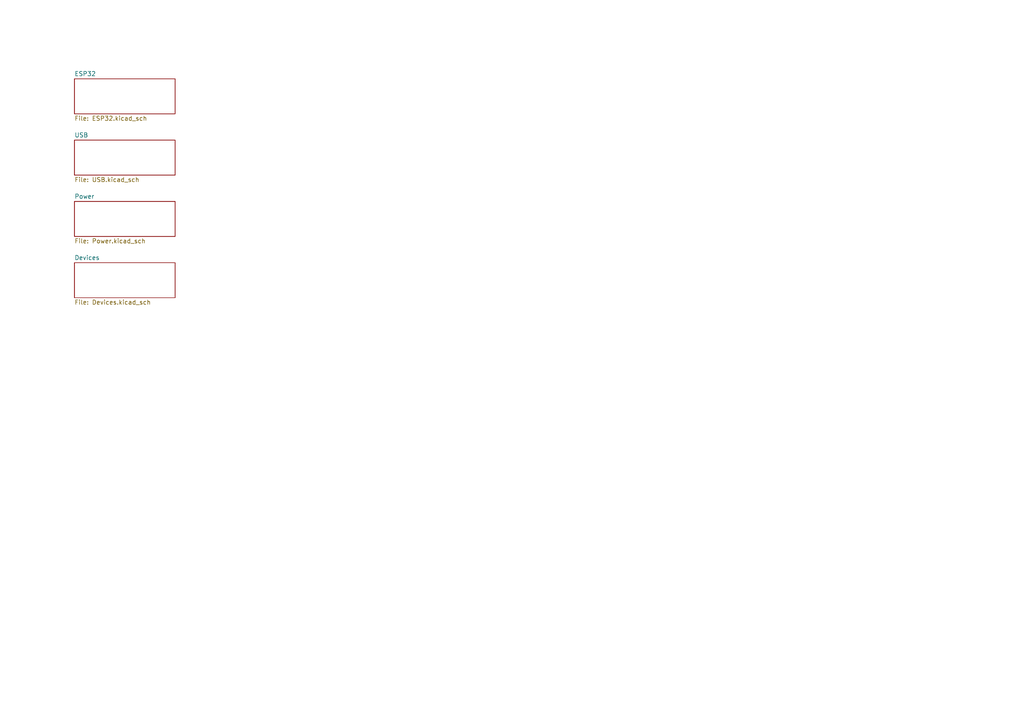
<source format=kicad_sch>
(kicad_sch
	(version 20231120)
	(generator "eeschema")
	(generator_version "8.0")
	(uuid "0204cec0-d71e-48a7-8736-ccb0d3e9b02c")
	(paper "A4")
	(title_block
		(title "ESP32 Dev Board")
		(date "2025-02-01")
		(rev "v1.0")
	)
	(lib_symbols)
	(sheet
		(at 21.59 22.86)
		(size 29.21 10.16)
		(fields_autoplaced yes)
		(stroke
			(width 0.1524)
			(type solid)
		)
		(fill
			(color 0 0 0 0.0000)
		)
		(uuid "800114ef-aa85-4b1c-8a44-880992c7295f")
		(property "Sheetname" "ESP32"
			(at 21.59 22.1484 0)
			(effects
				(font
					(size 1.27 1.27)
				)
				(justify left bottom)
			)
		)
		(property "Sheetfile" "ESP32.kicad_sch"
			(at 21.59 33.6046 0)
			(effects
				(font
					(size 1.27 1.27)
				)
				(justify left top)
			)
		)
		(instances
			(project "esp32-devboard"
				(path "/0204cec0-d71e-48a7-8736-ccb0d3e9b02c"
					(page "2")
				)
			)
		)
	)
	(sheet
		(at 21.59 40.64)
		(size 29.21 10.16)
		(fields_autoplaced yes)
		(stroke
			(width 0.1524)
			(type solid)
		)
		(fill
			(color 0 0 0 0.0000)
		)
		(uuid "870ae876-04fa-4239-8bda-f54913426ab2")
		(property "Sheetname" "USB"
			(at 21.59 39.9284 0)
			(effects
				(font
					(size 1.27 1.27)
				)
				(justify left bottom)
			)
		)
		(property "Sheetfile" "USB.kicad_sch"
			(at 21.59 51.3846 0)
			(effects
				(font
					(size 1.27 1.27)
				)
				(justify left top)
			)
		)
		(instances
			(project "esp32-devboard"
				(path "/0204cec0-d71e-48a7-8736-ccb0d3e9b02c"
					(page "3")
				)
			)
		)
	)
	(sheet
		(at 21.59 58.42)
		(size 29.21 10.16)
		(fields_autoplaced yes)
		(stroke
			(width 0.1524)
			(type solid)
		)
		(fill
			(color 0 0 0 0.0000)
		)
		(uuid "bacb3f46-de5d-435f-80be-a3240178eb39")
		(property "Sheetname" "Power"
			(at 21.59 57.7084 0)
			(effects
				(font
					(size 1.27 1.27)
				)
				(justify left bottom)
			)
		)
		(property "Sheetfile" "Power.kicad_sch"
			(at 21.59 69.1646 0)
			(effects
				(font
					(size 1.27 1.27)
				)
				(justify left top)
			)
		)
		(instances
			(project "esp32-devboard"
				(path "/0204cec0-d71e-48a7-8736-ccb0d3e9b02c"
					(page "7")
				)
			)
		)
	)
	(sheet
		(at 21.59 76.2)
		(size 29.21 10.16)
		(fields_autoplaced yes)
		(stroke
			(width 0.1524)
			(type solid)
		)
		(fill
			(color 0 0 0 0.0000)
		)
		(uuid "d1e7b685-9c83-4c15-8db3-0beed5698ce7")
		(property "Sheetname" "Devices"
			(at 21.59 75.4884 0)
			(effects
				(font
					(size 1.27 1.27)
				)
				(justify left bottom)
			)
		)
		(property "Sheetfile" "Devices.kicad_sch"
			(at 21.59 86.9446 0)
			(effects
				(font
					(size 1.27 1.27)
				)
				(justify left top)
			)
		)
		(instances
			(project "esp32-devboard"
				(path "/0204cec0-d71e-48a7-8736-ccb0d3e9b02c"
					(page "8")
				)
			)
		)
	)
	(sheet_instances
		(path "/"
			(page "1")
		)
	)
)

</source>
